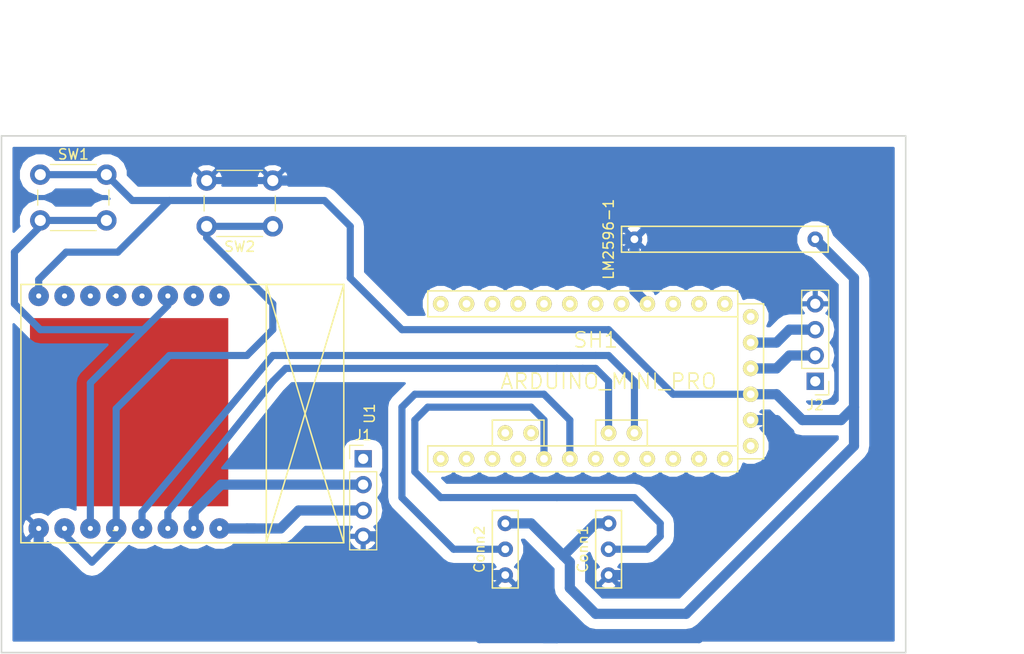
<source format=kicad_pcb>
(kicad_pcb (version 4) (host pcbnew 4.0.2+dfsg1-stable)

  (general
    (links 29)
    (no_connects 1)
    (area 100.254999 59.38 204.85 123.265001)
    (thickness 1.6)
    (drawings 6)
    (tracks 138)
    (zones 0)
    (modules 9)
    (nets 13)
  )

  (page A4)
  (layers
    (0 F.Cu signal)
    (31 B.Cu signal)
    (32 B.Adhes user)
    (33 F.Adhes user)
    (34 B.Paste user)
    (35 F.Paste user)
    (36 B.SilkS user)
    (37 F.SilkS user)
    (38 B.Mask user)
    (39 F.Mask user)
    (40 Dwgs.User user)
    (41 Cmts.User user)
    (42 Eco1.User user)
    (43 Eco2.User user)
    (44 Edge.Cuts user)
    (45 Margin user)
    (46 B.CrtYd user)
    (47 F.CrtYd user)
    (48 B.Fab user)
    (49 F.Fab user)
  )

  (setup
    (last_trace_width 0.7)
    (trace_clearance 0.2)
    (zone_clearance 1)
    (zone_45_only no)
    (trace_min 0.2)
    (segment_width 0.2)
    (edge_width 0.15)
    (via_size 2)
    (via_drill 0.4)
    (via_min_size 0.1)
    (via_min_drill 0.1)
    (uvia_size 0.3)
    (uvia_drill 0.1)
    (uvias_allowed no)
    (uvia_min_size 0.2)
    (uvia_min_drill 0.1)
    (pcb_text_width 0.3)
    (pcb_text_size 1.5 1.5)
    (mod_edge_width 0.15)
    (mod_text_size 1 1)
    (mod_text_width 0.15)
    (pad_size 1.524 1.524)
    (pad_drill 0.762)
    (pad_to_mask_clearance 0.2)
    (aux_axis_origin 0 0)
    (visible_elements FFFFFF7F)
    (pcbplotparams
      (layerselection 0x01000_80000001)
      (usegerberextensions false)
      (excludeedgelayer true)
      (linewidth 0.100000)
      (plotframeref false)
      (viasonmask false)
      (mode 1)
      (useauxorigin false)
      (hpglpennumber 1)
      (hpglpenspeed 20)
      (hpglpendiameter 15)
      (hpglpenoverlay 2)
      (psnegative false)
      (psa4output false)
      (plotreference true)
      (plotvalue true)
      (plotinvisibletext false)
      (padsonsilk true)
      (subtractmaskfromsilk false)
      (outputformat 5)
      (mirror false)
      (drillshape 1)
      (scaleselection 1)
      (outputdirectory svg/))
  )

  (net 0 "")
  (net 1 +3V3)
  (net 2 GND)
  (net 3 "Net-(J1-Pad2)")
  (net 4 "Net-(J1-Pad3)")
  (net 5 /FIRM_SW)
  (net 6 "Net-(SW2-Pad1)")
  (net 7 /IR_IN)
  (net 8 /IR_OUT)
  (net 9 "Net-(J2-Pad2)")
  (net 10 "Net-(J2-Pad3)")
  (net 11 /SDA)
  (net 12 /SCL)

  (net_class Default "This is the default net class."
    (clearance 0.2)
    (trace_width 0.7)
    (via_dia 2)
    (via_drill 0.4)
    (uvia_dia 0.3)
    (uvia_drill 0.1)
    (add_net +3V3)
    (add_net /FIRM_SW)
    (add_net /IR_IN)
    (add_net /IR_OUT)
    (add_net /SCL)
    (add_net /SDA)
    (add_net GND)
    (add_net "Net-(J1-Pad2)")
    (add_net "Net-(J1-Pad3)")
    (add_net "Net-(J2-Pad2)")
    (add_net "Net-(J2-Pad3)")
    (add_net "Net-(SW2-Pad1)")
  )

  (module myLib:myConn3x1 (layer F.Cu) (tedit 5A6268A4) (tstamp 5A628CDF)
    (at 160.02 113.03 270)
    (path /5A62744B)
    (fp_text reference Conn1 (at 0 2.54 270) (layer F.SilkS)
      (effects (font (size 1 1) (thickness 0.15)))
    )
    (fp_text value myConn3x1 (at 0 -2.54 270) (layer F.Fab)
      (effects (font (size 1 1) (thickness 0.15)))
    )
    (fp_line (start -3.81 -1.27) (end 3.81 -1.27) (layer F.SilkS) (width 0.15))
    (fp_line (start 3.81 -1.27) (end 3.81 1.27) (layer F.SilkS) (width 0.15))
    (fp_line (start 3.81 1.27) (end -3.81 1.27) (layer F.SilkS) (width 0.15))
    (fp_line (start -3.81 1.27) (end -3.81 -1.27) (layer F.SilkS) (width 0.15))
    (pad 1 thru_hole circle (at -2.54 0 270) (size 1.524 1.524) (drill 0.762) (layers *.Cu *.Mask)
      (net 1 +3V3))
    (pad 2 thru_hole circle (at 0 0 270) (size 1.524 1.524) (drill 0.762) (layers *.Cu *.Mask)
      (net 7 /IR_IN))
    (pad 3 thru_hole circle (at 2.54 0 270) (size 1.524 1.524) (drill 0.762) (layers *.Cu *.Mask)
      (net 2 GND))
  )

  (module myLib:myConn3x1 (layer F.Cu) (tedit 5A6268A4) (tstamp 5A628CEA)
    (at 149.86 113.03 270)
    (path /5A6272F6)
    (fp_text reference Conn2 (at 0 2.54 270) (layer F.SilkS)
      (effects (font (size 1 1) (thickness 0.15)))
    )
    (fp_text value myConn3x1 (at 0 -2.54 270) (layer F.Fab)
      (effects (font (size 1 1) (thickness 0.15)))
    )
    (fp_line (start -3.81 -1.27) (end 3.81 -1.27) (layer F.SilkS) (width 0.15))
    (fp_line (start 3.81 -1.27) (end 3.81 1.27) (layer F.SilkS) (width 0.15))
    (fp_line (start 3.81 1.27) (end -3.81 1.27) (layer F.SilkS) (width 0.15))
    (fp_line (start -3.81 1.27) (end -3.81 -1.27) (layer F.SilkS) (width 0.15))
    (pad 1 thru_hole circle (at -2.54 0 270) (size 1.524 1.524) (drill 0.762) (layers *.Cu *.Mask)
      (net 1 +3V3))
    (pad 2 thru_hole circle (at 0 0 270) (size 1.524 1.524) (drill 0.762) (layers *.Cu *.Mask)
      (net 8 /IR_OUT))
    (pad 3 thru_hole circle (at 2.54 0 270) (size 1.524 1.524) (drill 0.762) (layers *.Cu *.Mask)
      (net 2 GND))
  )

  (module myLib:ESP-Breakout-16PIN (layer F.Cu) (tedit 5A6286EE) (tstamp 5A628D13)
    (at 113.665 99.695 270)
    (descr "Module, ESP-8266, ESP-13-WROOM-02, 16 pad")
    (tags "Module ESP-8266 ESP8266")
    (path /5A629AEC)
    (fp_text reference U1 (at 0 -22.86 270) (layer F.SilkS)
      (effects (font (size 1 1) (thickness 0.15)))
    )
    (fp_text value ESP-Breatout-16Pin (at -0.14 -10.64 270) (layer F.Fab)
      (effects (font (size 1 1) (thickness 0.15)))
    )
    (fp_line (start -12.7 -12.7) (end -12.7 -20.32) (layer F.SilkS) (width 0.15))
    (fp_line (start -12.7 -12.7) (end 12.7 -12.7) (layer F.SilkS) (width 0.15))
    (fp_line (start 12.7 -12.7) (end 12.7 11.43) (layer F.SilkS) (width 0.15))
    (fp_line (start 12.7 11.43) (end -12.7 11.43) (layer F.SilkS) (width 0.15))
    (fp_line (start -12.7 11.43) (end -12.7 -12.7) (layer F.SilkS) (width 0.15))
    (fp_line (start -12.7 -12.7) (end 12.7 -20.32) (layer F.SilkS) (width 0.15))
    (fp_line (start 12.7 -20.32) (end -12.7 -20.32) (layer F.SilkS) (width 0.15))
    (fp_line (start -12.7 -20.32) (end 12.7 -12.7) (layer F.SilkS) (width 0.15))
    (fp_line (start 12.7 -12.7) (end 12.7 -20.32) (layer F.SilkS) (width 0.15))
    (fp_line (start 11.4932 1.96) (end 11.4932 2.3394) (layer F.SilkS) (width 0.1524))
    (fp_line (start -11.57 1.96) (end -11.57 2.3394) (layer F.SilkS) (width 0.1524))
    (fp_text user "No Copper" (at 0 -13.97 270) (layer F.CrtYd)
      (effects (font (size 1 1) (thickness 0.15)))
    )
    (pad 10 thru_hole circle (at 11.29 7.14 270) (size 2 2) (drill 0.5) (layers *.Cu *.Mask)
      (net 6 "Net-(SW2-Pad1)"))
    (pad 9 thru_hole circle (at 11.29 9.68 270) (size 2 2) (drill 0.5) (layers *.Cu *.Mask)
      (net 2 GND))
    (pad 1 thru_hole circle (at -11.57 -8.1 270) (size 2 2) (drill 0.5) (layers *.Cu *.Mask))
    (pad 2 thru_hole circle (at -11.57 -5.56 270) (size 2 2) (drill 0.5) (layers *.Cu *.Mask))
    (pad 3 thru_hole circle (at -11.57 -3.02 270) (size 2 2) (drill 0.5) (layers *.Cu *.Mask)
      (net 5 /FIRM_SW))
    (pad 4 thru_hole circle (at -11.57 -0.48 270) (size 2 2) (drill 0.5) (layers *.Cu *.Mask))
    (pad 5 thru_hole circle (at -11.57 2.06 270) (size 2 2) (drill 0.5) (layers *.Cu *.Mask))
    (pad 6 thru_hole circle (at -11.57 4.6 270) (size 2 2) (drill 0.5) (layers *.Cu *.Mask))
    (pad 7 thru_hole circle (at -11.57 7.14 270) (size 2 2) (drill 0.5) (layers *.Cu *.Mask))
    (pad 8 thru_hole circle (at -11.57 9.68 270) (size 2 2) (drill 0.5) (layers *.Cu *.Mask)
      (net 1 +3V3))
    (pad 11 thru_hole circle (at 11.29 4.6 270) (size 2 2) (drill 0.5) (layers *.Cu *.Mask)
      (net 5 /FIRM_SW))
    (pad 12 thru_hole circle (at 11.29 2.06 270) (size 2 2) (drill 0.5) (layers *.Cu *.Mask)
      (net 6 "Net-(SW2-Pad1)"))
    (pad 13 thru_hole circle (at 11.29 -0.48 270) (size 2 2) (drill 0.5) (layers *.Cu *.Mask)
      (net 11 /SDA))
    (pad 14 thru_hole circle (at 11.29 -3.02 270) (size 2 2) (drill 0.5) (layers *.Cu *.Mask)
      (net 12 /SCL))
    (pad 15 thru_hole circle (at 11.29 -5.56 270) (size 2 2) (drill 0.5) (layers *.Cu *.Mask)
      (net 3 "Net-(J1-Pad2)"))
    (pad 16 thru_hole circle (at 11.29 -8.1 270) (size 2 2) (drill 0.5) (layers *.Cu *.Mask)
      (net 4 "Net-(J1-Pad3)"))
    (pad PAD smd rect (at -0.14 0.79 270) (size 18.5 19.5) (layers F.Cu F.Paste F.Mask))
    (model ${ESPLIB}/ESP8266.3dshapes/ESP-13-wroom-02.wrl
      (at (xyz 0 0 0))
      (scale (xyz 0.3937 0.3937 0.3937))
      (rotate (xyz 0 0 0))
    )
  )

  (module Connector_PinHeader_2.54mm:PinHeader_1x04_P2.54mm_Vertical (layer F.Cu) (tedit 59FED5CC) (tstamp 5A63ECF5)
    (at 135.89 104.14)
    (descr "Through hole straight pin header, 1x04, 2.54mm pitch, single row")
    (tags "Through hole pin header THT 1x04 2.54mm single row")
    (path /5A63E347)
    (fp_text reference J1 (at 0 -2.33) (layer F.SilkS)
      (effects (font (size 1 1) (thickness 0.15)))
    )
    (fp_text value Conn_01x04_Female (at 0 9.95) (layer F.Fab)
      (effects (font (size 1 1) (thickness 0.15)))
    )
    (fp_line (start -0.635 -1.27) (end 1.27 -1.27) (layer F.Fab) (width 0.1))
    (fp_line (start 1.27 -1.27) (end 1.27 8.89) (layer F.Fab) (width 0.1))
    (fp_line (start 1.27 8.89) (end -1.27 8.89) (layer F.Fab) (width 0.1))
    (fp_line (start -1.27 8.89) (end -1.27 -0.635) (layer F.Fab) (width 0.1))
    (fp_line (start -1.27 -0.635) (end -0.635 -1.27) (layer F.Fab) (width 0.1))
    (fp_line (start -1.33 8.95) (end 1.33 8.95) (layer F.SilkS) (width 0.12))
    (fp_line (start -1.33 1.27) (end -1.33 8.95) (layer F.SilkS) (width 0.12))
    (fp_line (start 1.33 1.27) (end 1.33 8.95) (layer F.SilkS) (width 0.12))
    (fp_line (start -1.33 1.27) (end 1.33 1.27) (layer F.SilkS) (width 0.12))
    (fp_line (start -1.33 0) (end -1.33 -1.33) (layer F.SilkS) (width 0.12))
    (fp_line (start -1.33 -1.33) (end 0 -1.33) (layer F.SilkS) (width 0.12))
    (fp_line (start -1.8 -1.8) (end -1.8 9.4) (layer F.CrtYd) (width 0.05))
    (fp_line (start -1.8 9.4) (end 1.8 9.4) (layer F.CrtYd) (width 0.05))
    (fp_line (start 1.8 9.4) (end 1.8 -1.8) (layer F.CrtYd) (width 0.05))
    (fp_line (start 1.8 -1.8) (end -1.8 -1.8) (layer F.CrtYd) (width 0.05))
    (fp_text user %R (at 0 3.81 90) (layer F.Fab)
      (effects (font (size 1 1) (thickness 0.15)))
    )
    (pad 1 thru_hole rect (at 0 0) (size 1.7 1.7) (drill 1) (layers *.Cu *.Mask))
    (pad 2 thru_hole oval (at 0 2.54) (size 1.7 1.7) (drill 1) (layers *.Cu *.Mask)
      (net 3 "Net-(J1-Pad2)"))
    (pad 3 thru_hole oval (at 0 5.08) (size 1.7 1.7) (drill 1) (layers *.Cu *.Mask)
      (net 4 "Net-(J1-Pad3)"))
    (pad 4 thru_hole oval (at 0 7.62) (size 1.7 1.7) (drill 1) (layers *.Cu *.Mask)
      (net 2 GND))
    (model ${KISYS3DMOD}/Connector_PinHeader_2.54mm.3dshapes/PinHeader_1x04_P2.54mm_Vertical.wrl
      (at (xyz 0 0 0))
      (scale (xyz 1 1 1))
      (rotate (xyz 0 0 0))
    )
  )

  (module Connector_PinHeader_2.54mm:PinHeader_1x04_P2.54mm_Vertical (layer F.Cu) (tedit 59FED5CC) (tstamp 5A63ECFD)
    (at 180.34 96.52 180)
    (descr "Through hole straight pin header, 1x04, 2.54mm pitch, single row")
    (tags "Through hole pin header THT 1x04 2.54mm single row")
    (path /5A63E718)
    (fp_text reference J2 (at 0 -2.33 180) (layer F.SilkS)
      (effects (font (size 1 1) (thickness 0.15)))
    )
    (fp_text value Conn_01x04_Female (at 0 9.95 180) (layer F.Fab)
      (effects (font (size 1 1) (thickness 0.15)))
    )
    (fp_line (start -0.635 -1.27) (end 1.27 -1.27) (layer F.Fab) (width 0.1))
    (fp_line (start 1.27 -1.27) (end 1.27 8.89) (layer F.Fab) (width 0.1))
    (fp_line (start 1.27 8.89) (end -1.27 8.89) (layer F.Fab) (width 0.1))
    (fp_line (start -1.27 8.89) (end -1.27 -0.635) (layer F.Fab) (width 0.1))
    (fp_line (start -1.27 -0.635) (end -0.635 -1.27) (layer F.Fab) (width 0.1))
    (fp_line (start -1.33 8.95) (end 1.33 8.95) (layer F.SilkS) (width 0.12))
    (fp_line (start -1.33 1.27) (end -1.33 8.95) (layer F.SilkS) (width 0.12))
    (fp_line (start 1.33 1.27) (end 1.33 8.95) (layer F.SilkS) (width 0.12))
    (fp_line (start -1.33 1.27) (end 1.33 1.27) (layer F.SilkS) (width 0.12))
    (fp_line (start -1.33 0) (end -1.33 -1.33) (layer F.SilkS) (width 0.12))
    (fp_line (start -1.33 -1.33) (end 0 -1.33) (layer F.SilkS) (width 0.12))
    (fp_line (start -1.8 -1.8) (end -1.8 9.4) (layer F.CrtYd) (width 0.05))
    (fp_line (start -1.8 9.4) (end 1.8 9.4) (layer F.CrtYd) (width 0.05))
    (fp_line (start 1.8 9.4) (end 1.8 -1.8) (layer F.CrtYd) (width 0.05))
    (fp_line (start 1.8 -1.8) (end -1.8 -1.8) (layer F.CrtYd) (width 0.05))
    (fp_text user %R (at 0 3.81 270) (layer F.Fab)
      (effects (font (size 1 1) (thickness 0.15)))
    )
    (pad 1 thru_hole rect (at 0 0 180) (size 1.7 1.7) (drill 1) (layers *.Cu *.Mask))
    (pad 2 thru_hole oval (at 0 2.54 180) (size 1.7 1.7) (drill 1) (layers *.Cu *.Mask)
      (net 9 "Net-(J2-Pad2)"))
    (pad 3 thru_hole oval (at 0 5.08 180) (size 1.7 1.7) (drill 1) (layers *.Cu *.Mask)
      (net 10 "Net-(J2-Pad3)"))
    (pad 4 thru_hole oval (at 0 7.62 180) (size 1.7 1.7) (drill 1) (layers *.Cu *.Mask)
      (net 2 GND))
    (model ${KISYS3DMOD}/Connector_PinHeader_2.54mm.3dshapes/PinHeader_1x04_P2.54mm_Vertical.wrl
      (at (xyz 0 0 0))
      (scale (xyz 1 1 1))
      (rotate (xyz 0 0 0))
    )
  )

  (module SHIELD_ARDUINO:ARDUINO_MINI_PRO_V10 (layer F.Cu) (tedit 547AEBB5) (tstamp 5A63F71E)
    (at 158.75 96.52 270)
    (path /5A63F347)
    (fp_text reference SH1 (at -4.064 0 360) (layer F.SilkS)
      (effects (font (size 1.5 1.5) (thickness 0.15)))
    )
    (fp_text value ARDUINO_MINI_PRO (at 0 -1.27 360) (layer F.SilkS)
      (effects (font (size 1.5 1.5) (thickness 0.15)))
    )
    (fp_line (start 6.35 5.08) (end 3.81 5.08) (layer F.SilkS) (width 0.15))
    (fp_line (start 3.81 5.08) (end 3.81 10.16) (layer F.SilkS) (width 0.15))
    (fp_line (start 3.81 10.16) (end 6.35 10.16) (layer F.SilkS) (width 0.15))
    (fp_line (start 6.35 -5.08) (end 3.81 -5.08) (layer F.SilkS) (width 0.15))
    (fp_line (start 3.81 -5.08) (end 3.81 0) (layer F.SilkS) (width 0.15))
    (fp_line (start 3.81 0) (end 6.35 0) (layer F.SilkS) (width 0.15))
    (fp_line (start 8.89 -13.97) (end 6.35 -13.97) (layer F.SilkS) (width 0.15))
    (fp_line (start -6.35 -13.97) (end -6.35 16.51) (layer F.SilkS) (width 0.15))
    (fp_line (start -6.35 16.51) (end -8.89 16.51) (layer F.SilkS) (width 0.15))
    (fp_line (start -8.89 16.51) (end -8.89 -13.97) (layer F.SilkS) (width 0.15))
    (fp_line (start -8.89 -13.97) (end -6.35 -13.97) (layer F.SilkS) (width 0.15))
    (fp_line (start 6.35 -13.97) (end 6.35 16.51) (layer F.SilkS) (width 0.15))
    (fp_line (start 6.35 16.51) (end 8.89 16.51) (layer F.SilkS) (width 0.15))
    (fp_line (start 8.89 16.51) (end 8.89 -13.97) (layer F.SilkS) (width 0.15))
    (fp_line (start -7.62 -16.51) (end 7.62 -16.51) (layer F.SilkS) (width 0.15))
    (fp_line (start 7.62 -16.51) (end 7.62 -13.97) (layer F.SilkS) (width 0.15))
    (fp_line (start 7.62 -13.97) (end -7.62 -13.97) (layer F.SilkS) (width 0.15))
    (fp_line (start -7.62 -13.97) (end -7.62 -16.51) (layer F.SilkS) (width 0.15))
    (pad GRN thru_hole circle (at -6.35 -15.24 270) (size 1.524 1.524) (drill 0.762) (layers *.Cu *.Mask F.SilkS))
    (pad TX/1 thru_hole circle (at -3.81 -15.24 270) (size 1.524 1.524) (drill 0.762) (layers *.Cu *.Mask F.SilkS)
      (net 10 "Net-(J2-Pad3)"))
    (pad RX/1 thru_hole circle (at -1.27 -15.24 270) (size 1.524 1.524) (drill 0.762) (layers *.Cu *.Mask F.SilkS)
      (net 9 "Net-(J2-Pad2)"))
    (pad VCC1 thru_hole circle (at 1.27 -15.24 270) (size 1.524 1.524) (drill 0.762) (layers *.Cu *.Mask F.SilkS)
      (net 1 +3V3))
    (pad GND1 thru_hole circle (at 3.81 -15.24 270) (size 1.524 1.524) (drill 0.762) (layers *.Cu *.Mask F.SilkS)
      (net 2 GND))
    (pad BLK thru_hole circle (at 6.35 -15.24 270) (size 1.524 1.524) (drill 0.762) (layers *.Cu *.Mask F.SilkS))
    (pad TX/2 thru_hole circle (at -7.62 -12.7 270) (size 1.524 1.524) (drill 0.762) (layers *.Cu *.Mask F.SilkS))
    (pad RX/2 thru_hole circle (at -7.62 -10.16 270) (size 1.524 1.524) (drill 0.762) (layers *.Cu *.Mask F.SilkS))
    (pad RST1 thru_hole circle (at -7.62 -7.62 270) (size 1.524 1.524) (drill 0.762) (layers *.Cu *.Mask F.SilkS))
    (pad GND2 thru_hole circle (at -7.62 -5.08 270) (size 1.524 1.524) (drill 0.762) (layers *.Cu *.Mask F.SilkS)
      (net 2 GND))
    (pad 2 thru_hole circle (at -7.62 -2.54 270) (size 1.524 1.524) (drill 0.762) (layers *.Cu *.Mask F.SilkS))
    (pad 3 thru_hole circle (at -7.62 0 270) (size 1.524 1.524) (drill 0.762) (layers *.Cu *.Mask F.SilkS))
    (pad 4 thru_hole circle (at -7.62 2.54 270) (size 1.524 1.524) (drill 0.762) (layers *.Cu *.Mask F.SilkS))
    (pad 5 thru_hole circle (at -7.62 5.08 270) (size 1.524 1.524) (drill 0.762) (layers *.Cu *.Mask F.SilkS))
    (pad 6 thru_hole circle (at -7.62 7.62 270) (size 1.524 1.524) (drill 0.762) (layers *.Cu *.Mask F.SilkS))
    (pad 7 thru_hole circle (at -7.62 10.16 270) (size 1.524 1.524) (drill 0.762) (layers *.Cu *.Mask F.SilkS))
    (pad 8 thru_hole circle (at -7.62 12.7 270) (size 1.524 1.524) (drill 0.762) (layers *.Cu *.Mask F.SilkS))
    (pad 9 thru_hole circle (at -7.62 15.24 270) (size 1.524 1.524) (drill 0.762) (layers *.Cu *.Mask F.SilkS))
    (pad RAW thru_hole circle (at 7.62 -12.7 270) (size 1.524 1.524) (drill 0.762) (layers *.Cu *.Mask F.SilkS))
    (pad GND3 thru_hole circle (at 7.62 -10.16 270) (size 1.524 1.524) (drill 0.762) (layers *.Cu *.Mask F.SilkS))
    (pad RST2 thru_hole circle (at 7.62 -7.62 270) (size 1.524 1.524) (drill 0.762) (layers *.Cu *.Mask F.SilkS))
    (pad VCC2 thru_hole circle (at 7.62 -5.08 270) (size 1.524 1.524) (drill 0.762) (layers *.Cu *.Mask F.SilkS))
    (pad A0 thru_hole circle (at 7.62 5.08 270) (size 1.524 1.524) (drill 0.762) (layers *.Cu *.Mask F.SilkS)
      (net 7 /IR_IN))
    (pad A1 thru_hole circle (at 7.62 2.54 270) (size 1.524 1.524) (drill 0.762) (layers *.Cu *.Mask F.SilkS)
      (net 8 /IR_OUT))
    (pad A2 thru_hole circle (at 7.62 0 270) (size 1.524 1.524) (drill 0.762) (layers *.Cu *.Mask F.SilkS))
    (pad A3 thru_hole circle (at 7.62 -2.54 270) (size 1.524 1.524) (drill 0.762) (layers *.Cu *.Mask F.SilkS))
    (pad 10 thru_hole circle (at 7.62 15.24 270) (size 1.524 1.524) (drill 0.762) (layers *.Cu *.Mask F.SilkS))
    (pad 11 thru_hole circle (at 7.62 12.7 270) (size 1.524 1.524) (drill 0.762) (layers *.Cu *.Mask F.SilkS))
    (pad 12 thru_hole circle (at 7.62 10.16 270) (size 1.524 1.524) (drill 0.762) (layers *.Cu *.Mask F.SilkS))
    (pad 13 thru_hole circle (at 7.62 7.62 270) (size 1.524 1.524) (drill 0.762) (layers *.Cu *.Mask F.SilkS))
    (pad A5 thru_hole circle (at 5.08 -3.81 270) (size 1.524 1.524) (drill 0.762) (layers *.Cu *.Mask F.SilkS)
      (net 11 /SDA))
    (pad A4 thru_hole circle (at 5.08 -1.27 270) (size 1.524 1.524) (drill 0.762) (layers *.Cu *.Mask F.SilkS)
      (net 12 /SCL))
    (pad A7 thru_hole circle (at 5.08 6.35 270) (size 1.524 1.524) (drill 0.762) (layers *.Cu *.Mask F.SilkS))
    (pad A6 thru_hole circle (at 5.08 8.89 270) (size 1.524 1.524) (drill 0.762) (layers *.Cu *.Mask F.SilkS))
  )

  (module Buttons_Switches_THT:SW_PUSH_6mm (layer F.Cu) (tedit 5923F252) (tstamp 5A651A5B)
    (at 104.14 76.2)
    (descr https://www.omron.com/ecb/products/pdf/en-b3f.pdf)
    (tags "tact sw push 6mm")
    (path /5A627D48)
    (fp_text reference SW1 (at 3.25 -2) (layer F.SilkS)
      (effects (font (size 1 1) (thickness 0.15)))
    )
    (fp_text value SW_Push (at 3.75 6.7) (layer F.Fab)
      (effects (font (size 1 1) (thickness 0.15)))
    )
    (fp_text user %R (at 3.25 2.25) (layer F.Fab)
      (effects (font (size 1 1) (thickness 0.15)))
    )
    (fp_line (start 3.25 -0.75) (end 6.25 -0.75) (layer F.Fab) (width 0.1))
    (fp_line (start 6.25 -0.75) (end 6.25 5.25) (layer F.Fab) (width 0.1))
    (fp_line (start 6.25 5.25) (end 0.25 5.25) (layer F.Fab) (width 0.1))
    (fp_line (start 0.25 5.25) (end 0.25 -0.75) (layer F.Fab) (width 0.1))
    (fp_line (start 0.25 -0.75) (end 3.25 -0.75) (layer F.Fab) (width 0.1))
    (fp_line (start 7.75 6) (end 8 6) (layer F.CrtYd) (width 0.05))
    (fp_line (start 8 6) (end 8 5.75) (layer F.CrtYd) (width 0.05))
    (fp_line (start 7.75 -1.5) (end 8 -1.5) (layer F.CrtYd) (width 0.05))
    (fp_line (start 8 -1.5) (end 8 -1.25) (layer F.CrtYd) (width 0.05))
    (fp_line (start -1.5 -1.25) (end -1.5 -1.5) (layer F.CrtYd) (width 0.05))
    (fp_line (start -1.5 -1.5) (end -1.25 -1.5) (layer F.CrtYd) (width 0.05))
    (fp_line (start -1.5 5.75) (end -1.5 6) (layer F.CrtYd) (width 0.05))
    (fp_line (start -1.5 6) (end -1.25 6) (layer F.CrtYd) (width 0.05))
    (fp_line (start -1.25 -1.5) (end 7.75 -1.5) (layer F.CrtYd) (width 0.05))
    (fp_line (start -1.5 5.75) (end -1.5 -1.25) (layer F.CrtYd) (width 0.05))
    (fp_line (start 7.75 6) (end -1.25 6) (layer F.CrtYd) (width 0.05))
    (fp_line (start 8 -1.25) (end 8 5.75) (layer F.CrtYd) (width 0.05))
    (fp_line (start 1 5.5) (end 5.5 5.5) (layer F.SilkS) (width 0.12))
    (fp_line (start -0.25 1.5) (end -0.25 3) (layer F.SilkS) (width 0.12))
    (fp_line (start 5.5 -1) (end 1 -1) (layer F.SilkS) (width 0.12))
    (fp_line (start 6.75 3) (end 6.75 1.5) (layer F.SilkS) (width 0.12))
    (fp_circle (center 3.25 2.25) (end 1.25 2.5) (layer F.Fab) (width 0.1))
    (pad 2 thru_hole circle (at 0 4.5 90) (size 2 2) (drill 1.1) (layers *.Cu *.Mask)
      (net 5 /FIRM_SW))
    (pad 1 thru_hole circle (at 0 0 90) (size 2 2) (drill 1.1) (layers *.Cu *.Mask)
      (net 1 +3V3))
    (pad 2 thru_hole circle (at 6.5 4.5 90) (size 2 2) (drill 1.1) (layers *.Cu *.Mask)
      (net 5 /FIRM_SW))
    (pad 1 thru_hole circle (at 6.5 0 90) (size 2 2) (drill 1.1) (layers *.Cu *.Mask)
      (net 1 +3V3))
    (model ${KISYS3DMOD}/Buttons_Switches_THT.3dshapes/SW_PUSH_6mm.wrl
      (at (xyz 0.005 0 0))
      (scale (xyz 0.3937 0.3937 0.3937))
      (rotate (xyz 0 0 0))
    )
  )

  (module Buttons_Switches_THT:SW_PUSH_6mm (layer F.Cu) (tedit 5923F252) (tstamp 5A651A62)
    (at 127 81.28 180)
    (descr https://www.omron.com/ecb/products/pdf/en-b3f.pdf)
    (tags "tact sw push 6mm")
    (path /5A628F1B)
    (fp_text reference SW2 (at 3.25 -2 180) (layer F.SilkS)
      (effects (font (size 1 1) (thickness 0.15)))
    )
    (fp_text value SW_Push (at 3.75 6.7 180) (layer F.Fab)
      (effects (font (size 1 1) (thickness 0.15)))
    )
    (fp_text user %R (at 3.25 2.25 180) (layer F.Fab)
      (effects (font (size 1 1) (thickness 0.15)))
    )
    (fp_line (start 3.25 -0.75) (end 6.25 -0.75) (layer F.Fab) (width 0.1))
    (fp_line (start 6.25 -0.75) (end 6.25 5.25) (layer F.Fab) (width 0.1))
    (fp_line (start 6.25 5.25) (end 0.25 5.25) (layer F.Fab) (width 0.1))
    (fp_line (start 0.25 5.25) (end 0.25 -0.75) (layer F.Fab) (width 0.1))
    (fp_line (start 0.25 -0.75) (end 3.25 -0.75) (layer F.Fab) (width 0.1))
    (fp_line (start 7.75 6) (end 8 6) (layer F.CrtYd) (width 0.05))
    (fp_line (start 8 6) (end 8 5.75) (layer F.CrtYd) (width 0.05))
    (fp_line (start 7.75 -1.5) (end 8 -1.5) (layer F.CrtYd) (width 0.05))
    (fp_line (start 8 -1.5) (end 8 -1.25) (layer F.CrtYd) (width 0.05))
    (fp_line (start -1.5 -1.25) (end -1.5 -1.5) (layer F.CrtYd) (width 0.05))
    (fp_line (start -1.5 -1.5) (end -1.25 -1.5) (layer F.CrtYd) (width 0.05))
    (fp_line (start -1.5 5.75) (end -1.5 6) (layer F.CrtYd) (width 0.05))
    (fp_line (start -1.5 6) (end -1.25 6) (layer F.CrtYd) (width 0.05))
    (fp_line (start -1.25 -1.5) (end 7.75 -1.5) (layer F.CrtYd) (width 0.05))
    (fp_line (start -1.5 5.75) (end -1.5 -1.25) (layer F.CrtYd) (width 0.05))
    (fp_line (start 7.75 6) (end -1.25 6) (layer F.CrtYd) (width 0.05))
    (fp_line (start 8 -1.25) (end 8 5.75) (layer F.CrtYd) (width 0.05))
    (fp_line (start 1 5.5) (end 5.5 5.5) (layer F.SilkS) (width 0.12))
    (fp_line (start -0.25 1.5) (end -0.25 3) (layer F.SilkS) (width 0.12))
    (fp_line (start 5.5 -1) (end 1 -1) (layer F.SilkS) (width 0.12))
    (fp_line (start 6.75 3) (end 6.75 1.5) (layer F.SilkS) (width 0.12))
    (fp_circle (center 3.25 2.25) (end 1.25 2.5) (layer F.Fab) (width 0.1))
    (pad 2 thru_hole circle (at 0 4.5 270) (size 2 2) (drill 1.1) (layers *.Cu *.Mask)
      (net 2 GND))
    (pad 1 thru_hole circle (at 0 0 270) (size 2 2) (drill 1.1) (layers *.Cu *.Mask)
      (net 6 "Net-(SW2-Pad1)"))
    (pad 2 thru_hole circle (at 6.5 4.5 270) (size 2 2) (drill 1.1) (layers *.Cu *.Mask)
      (net 2 GND))
    (pad 1 thru_hole circle (at 6.5 0 270) (size 2 2) (drill 1.1) (layers *.Cu *.Mask)
      (net 6 "Net-(SW2-Pad1)"))
    (model ${KISYS3DMOD}/Buttons_Switches_THT.3dshapes/SW_PUSH_6mm.wrl
      (at (xyz 0.005 0 0))
      (scale (xyz 0.3937 0.3937 0.3937))
      (rotate (xyz 0 0 0))
    )
  )

  (module myLib:myConn_LM2596_Male (layer F.Cu) (tedit 5A6530BB) (tstamp 5A6531B2)
    (at 170.18 82.55 270)
    (path /5A653E1E)
    (fp_text reference LM2596-1 (at 0 10.16 270) (layer F.SilkS)
      (effects (font (size 1 1) (thickness 0.15)))
    )
    (fp_text value myConn_LM2596_Male (at 0 -12.7 270) (layer F.Fab)
      (effects (font (size 1 1) (thickness 0.15)))
    )
    (fp_line (start -1.27 -11.43) (end -1.27 8.89) (layer F.SilkS) (width 0.15))
    (fp_line (start -1.27 8.89) (end 1.27 8.89) (layer F.SilkS) (width 0.15))
    (fp_line (start 1.27 8.89) (end 1.27 -11.43) (layer F.SilkS) (width 0.15))
    (fp_line (start 1.27 -11.43) (end -1.27 -11.43) (layer F.SilkS) (width 0.15))
    (pad 1 thru_hole circle (at 0 -10.16 270) (size 1.524 1.524) (drill 0.762) (layers *.Cu *.Mask)
      (net 1 +3V3))
    (pad 2 thru_hole circle (at 0 7.62 270) (size 1.524 1.524) (drill 0.762) (layers *.Cu *.Mask)
      (net 2 GND))
  )

  (dimension 50.8 (width 0.3) (layer Eco2.User)
    (gr_text "50.800 mm" (at 198.2 97.79 270) (layer Eco2.User)
      (effects (font (size 1.5 1.5) (thickness 0.3)))
    )
    (feature1 (pts (xy 189.23 123.19) (xy 199.55 123.19)))
    (feature2 (pts (xy 189.23 72.39) (xy 199.55 72.39)))
    (crossbar (pts (xy 196.85 72.39) (xy 196.85 123.19)))
    (arrow1a (pts (xy 196.85 123.19) (xy 196.263579 122.063496)))
    (arrow1b (pts (xy 196.85 123.19) (xy 197.436421 122.063496)))
    (arrow2a (pts (xy 196.85 72.39) (xy 196.263579 73.516504)))
    (arrow2b (pts (xy 196.85 72.39) (xy 197.436421 73.516504)))
  )
  (dimension 88.9 (width 0.3) (layer Eco2.User)
    (gr_text "88.900 mm" (at 144.78 60.88) (layer Eco2.User)
      (effects (font (size 1.5 1.5) (thickness 0.3)))
    )
    (feature1 (pts (xy 189.23 72.39) (xy 189.23 59.53)))
    (feature2 (pts (xy 100.33 72.39) (xy 100.33 59.53)))
    (crossbar (pts (xy 100.33 62.23) (xy 189.23 62.23)))
    (arrow1a (pts (xy 189.23 62.23) (xy 188.103496 62.816421)))
    (arrow1b (pts (xy 189.23 62.23) (xy 188.103496 61.643579)))
    (arrow2a (pts (xy 100.33 62.23) (xy 101.456504 62.816421)))
    (arrow2b (pts (xy 100.33 62.23) (xy 101.456504 61.643579)))
  )
  (gr_line (start 100.33 123.19) (end 189.23 123.19) (angle 90) (layer Edge.Cuts) (width 0.15))
  (gr_line (start 100.33 72.39) (end 189.23 72.39) (angle 90) (layer Edge.Cuts) (width 0.15))
  (gr_line (start 100.33 123.19) (end 100.33 72.39) (angle 90) (layer Edge.Cuts) (width 0.15))
  (gr_line (start 189.23 72.39) (end 189.23 123.19) (angle 90) (layer Edge.Cuts) (width 0.15))

  (segment (start 179.07 107.95) (end 184.15 102.87) (width 1) (layer B.Cu) (net 1))
  (segment (start 155.575 113.665) (end 156.21 114.3) (width 1) (layer B.Cu) (net 1) (tstamp 5A653FD4))
  (segment (start 156.21 114.3) (end 156.21 116.84) (width 1) (layer B.Cu) (net 1) (tstamp 5A653F12))
  (segment (start 156.21 116.84) (end 158.75 119.38) (width 1) (layer B.Cu) (net 1) (tstamp 5A653F13))
  (segment (start 158.75 119.38) (end 167.64 119.38) (width 1) (layer B.Cu) (net 1) (tstamp 5A653F14))
  (segment (start 167.64 119.38) (end 177.8 109.22) (width 1) (layer B.Cu) (net 1) (tstamp 5A653F15))
  (segment (start 177.8 109.22) (end 179.07 107.95) (width 1) (layer B.Cu) (net 1) (tstamp 5A653ABE))
  (segment (start 184.15 102.87) (end 184.15 99.06) (width 1) (layer B.Cu) (net 1) (tstamp 5A666FDB))
  (segment (start 179.07 100.33) (end 182.88 100.33) (width 1) (layer B.Cu) (net 1))
  (segment (start 182.88 100.33) (end 184.15 99.06) (width 1) (layer B.Cu) (net 1) (tstamp 5A666FC4))
  (segment (start 179.07 100.33) (end 176.53 97.79) (width 1) (layer B.Cu) (net 1) (tstamp 5A666FC2))
  (segment (start 176.53 97.79) (end 173.99 97.79) (width 1) (layer B.Cu) (net 1) (tstamp 5A65411A))
  (segment (start 184.15 99.06) (end 184.15 86.36) (width 1) (layer B.Cu) (net 1) (tstamp 5A666FC5))
  (segment (start 184.15 86.36) (end 180.34 82.55) (width 1) (layer B.Cu) (net 1) (tstamp 5A666FC6))
  (segment (start 165.1 96.52) (end 166.37 97.79) (width 0.7) (layer B.Cu) (net 1))
  (segment (start 134.62 86.36) (end 134.62 81.28) (width 0.7) (layer B.Cu) (net 1) (tstamp 5A653CB5))
  (segment (start 160.02 91.44) (end 165.1 96.52) (width 0.7) (layer B.Cu) (net 1) (tstamp 5A6539FA))
  (segment (start 139.7 91.44) (end 160.02 91.44) (width 0.7) (layer B.Cu) (net 1) (tstamp 5A653CB3))
  (segment (start 132.08 78.74) (end 134.62 81.28) (width 0.7) (layer B.Cu) (net 1) (tstamp 5A6539F5))
  (segment (start 116.84 78.74) (end 132.08 78.74) (width 0.7) (layer B.Cu) (net 1) (tstamp 5A6539F3))
  (segment (start 139.7 91.44) (end 134.62 86.36) (width 0.7) (layer B.Cu) (net 1))
  (segment (start 166.37 97.79) (end 173.99 97.79) (width 0.7) (layer B.Cu) (net 1) (tstamp 5A66660B))
  (segment (start 160.02 110.49) (end 158.75 110.49) (width 1) (layer B.Cu) (net 1))
  (segment (start 158.75 110.49) (end 155.575 113.665) (width 1) (layer B.Cu) (net 1) (tstamp 5A653FCE))
  (segment (start 149.86 110.49) (end 152.4 110.49) (width 1) (layer B.Cu) (net 1))
  (segment (start 152.4 110.49) (end 155.575 113.665) (width 1) (layer B.Cu) (net 1) (tstamp 5A653F11))
  (segment (start 104.14 76.2) (end 110.64 76.2) (width 0.7) (layer B.Cu) (net 1))
  (segment (start 110.64 76.2) (end 113.18 78.74) (width 0.7) (layer B.Cu) (net 1) (tstamp 5A6539FF))
  (segment (start 113.18 78.74) (end 116.84 78.74) (width 0.7) (layer B.Cu) (net 1) (tstamp 5A653A00))
  (segment (start 103.985 88.125) (end 103.985 86.515) (width 0.7) (layer B.Cu) (net 1))
  (segment (start 111.76 83.82) (end 116.84 78.74) (width 0.7) (layer B.Cu) (net 1) (tstamp 5A6539F1))
  (segment (start 106.68 83.82) (end 111.76 83.82) (width 0.7) (layer B.Cu) (net 1) (tstamp 5A6539F0))
  (segment (start 103.985 86.515) (end 106.68 83.82) (width 0.7) (layer B.Cu) (net 1) (tstamp 5A6539EF))
  (segment (start 127 76.78) (end 133.93 76.78) (width 1) (layer B.Cu) (net 2))
  (segment (start 139.7 82.55) (end 162.56 82.55) (width 1) (layer B.Cu) (net 2) (tstamp 5A6671F4))
  (segment (start 133.93 76.78) (end 139.7 82.55) (width 1) (layer B.Cu) (net 2) (tstamp 5A6671E2))
  (segment (start 168.91 121.92) (end 186.69 104.14) (width 0.7) (layer B.Cu) (net 2))
  (segment (start 154.94 121.92) (end 168.91 121.92) (width 0.7) (layer B.Cu) (net 2) (tstamp 5A666725))
  (segment (start 186.69 104.14) (end 186.69 85.09) (width 0.7) (layer B.Cu) (net 2) (tstamp 5A666FE6))
  (segment (start 186.69 85.09) (end 181.61 80.01) (width 0.7) (layer B.Cu) (net 2) (tstamp 5A666FEA))
  (segment (start 181.61 80.01) (end 165.1 80.01) (width 0.7) (layer B.Cu) (net 2) (tstamp 5A666FF1))
  (segment (start 165.1 80.01) (end 162.56 82.55) (width 0.7) (layer B.Cu) (net 2) (tstamp 5A666FF5))
  (segment (start 162.56 82.55) (end 162.56 87.63) (width 1) (layer B.Cu) (net 2) (tstamp 5A666FF6))
  (segment (start 162.56 87.63) (end 163.83 88.9) (width 1) (layer B.Cu) (net 2) (tstamp 5A666FF7))
  (segment (start 149.86 115.57) (end 143.51 115.57) (width 1) (layer B.Cu) (net 2))
  (segment (start 143.51 115.57) (end 142.24 116.84) (width 1) (layer B.Cu) (net 2) (tstamp 5A666728))
  (segment (start 142.24 116.84) (end 147.32 121.92) (width 0.7) (layer B.Cu) (net 2))
  (segment (start 147.32 121.92) (end 154.94 121.92) (width 0.7) (layer B.Cu) (net 2) (tstamp 5A66671D))
  (segment (start 135.89 111.76) (end 137.16 111.76) (width 1) (layer B.Cu) (net 2))
  (segment (start 137.16 111.76) (end 142.24 116.84) (width 1) (layer B.Cu) (net 2) (tstamp 5A6541F3))
  (segment (start 176.53 100.33) (end 173.99 100.33) (width 1) (layer B.Cu) (net 2) (tstamp 5A654125))
  (segment (start 160.02 115.57) (end 166.37 115.57) (width 1) (layer B.Cu) (net 2))
  (segment (start 166.37 115.57) (end 177.8 104.14) (width 1) (layer B.Cu) (net 2) (tstamp 5A65411F))
  (segment (start 177.8 104.14) (end 177.8 101.6) (width 1) (layer B.Cu) (net 2) (tstamp 5A654120))
  (segment (start 177.8 101.6) (end 176.53 100.33) (width 1) (layer B.Cu) (net 2) (tstamp 5A654122))
  (segment (start 153.67 121.92) (end 154.94 121.92) (width 0.7) (layer B.Cu) (net 2) (tstamp 5A654000))
  (segment (start 106.68 116.84) (end 142.24 116.84) (width 1) (layer B.Cu) (net 2) (tstamp 5A653B4F))
  (segment (start 103.985 114.145) (end 106.68 116.84) (width 1) (layer B.Cu) (net 2) (tstamp 5A653B4D))
  (segment (start 103.985 110.985) (end 103.985 114.145) (width 1) (layer B.Cu) (net 2))
  (segment (start 120.5 76.78) (end 127 76.78) (width 0.7) (layer B.Cu) (net 2))
  (segment (start 127 76.78) (end 127.58 76.2) (width 0.7) (layer B.Cu) (net 2) (tstamp 5A653A04))
  (segment (start 103.985 110.985) (end 103.985 111.605) (width 1) (layer B.Cu) (net 2))
  (segment (start 135.89 106.68) (end 121.92 106.68) (width 1) (layer B.Cu) (net 3))
  (segment (start 119.225 109.375) (end 121.92 106.68) (width 1) (layer B.Cu) (net 3) (tstamp 5A65243D))
  (segment (start 119.225 109.375) (end 119.225 110.985) (width 1) (layer B.Cu) (net 3))
  (segment (start 119.225 110.985) (end 119.225 110.645) (width 0.7) (layer B.Cu) (net 3) (status 30))
  (segment (start 124.46 110.985) (end 127.775 110.985) (width 1) (layer B.Cu) (net 4))
  (segment (start 129.54 109.22) (end 135.89 109.22) (width 1) (layer B.Cu) (net 4) (tstamp 5A6541F0))
  (segment (start 127.775 110.985) (end 129.54 109.22) (width 1) (layer B.Cu) (net 4) (tstamp 5A6541EF))
  (segment (start 121.765 110.985) (end 124.46 110.985) (width 1) (layer B.Cu) (net 4))
  (segment (start 124.46 110.985) (end 125.235 110.985) (width 1) (layer B.Cu) (net 4) (tstamp 5A6541ED))
  (segment (start 121.765 110.985) (end 122.415 110.985) (width 0.7) (layer B.Cu) (net 4) (status 30))
  (segment (start 104.14 80.7) (end 110.64 80.7) (width 0.7) (layer B.Cu) (net 5))
  (segment (start 114.3 91.44) (end 104.14 91.44) (width 0.7) (layer B.Cu) (net 5))
  (segment (start 101.6 83.82) (end 104.14 81.28) (width 0.7) (layer B.Cu) (net 5) (tstamp 5A667154))
  (segment (start 101.6 88.9) (end 101.6 83.82) (width 0.7) (layer B.Cu) (net 5) (tstamp 5A667152))
  (segment (start 104.14 91.44) (end 101.6 88.9) (width 0.7) (layer B.Cu) (net 5) (tstamp 5A667150))
  (segment (start 104.14 81.28) (end 104.14 80.7) (width 0.7) (layer B.Cu) (net 5) (tstamp 5A667158))
  (segment (start 109.065 110.985) (end 109.065 96.675) (width 0.7) (layer B.Cu) (net 5))
  (segment (start 109.065 96.675) (end 114.3 91.44) (width 0.7) (layer B.Cu) (net 5) (tstamp 5A653A2C))
  (segment (start 116.685 88.125) (end 116.685 89.055) (width 0.7) (layer B.Cu) (net 5))
  (segment (start 116.685 89.055) (end 114.3 91.44) (width 0.7) (layer B.Cu) (net 5) (tstamp 5A653A1E))
  (segment (start 120.5 81.28) (end 127 81.28) (width 0.7) (layer B.Cu) (net 6))
  (segment (start 106.525 110.985) (end 106.525 111.605) (width 0.7) (layer B.Cu) (net 6))
  (segment (start 106.525 111.605) (end 109.22 114.3) (width 0.7) (layer B.Cu) (net 6) (tstamp 5A653A94))
  (segment (start 109.22 114.3) (end 111.76 111.76) (width 0.7) (layer B.Cu) (net 6) (tstamp 5A653A95))
  (segment (start 111.76 111.76) (end 111.76 111.14) (width 0.7) (layer B.Cu) (net 6) (tstamp 5A653A98))
  (segment (start 111.76 111.14) (end 111.605 110.985) (width 0.7) (layer B.Cu) (net 6) (tstamp 5A653A9A))
  (segment (start 120.5 81.28) (end 120.5 82.4) (width 0.7) (layer B.Cu) (net 6))
  (segment (start 111.605 99.215) (end 111.605 110.985) (width 0.7) (layer B.Cu) (net 6) (tstamp 5A653A65))
  (segment (start 116.84 93.98) (end 111.605 99.215) (width 0.7) (layer B.Cu) (net 6) (tstamp 5A653A63))
  (segment (start 124.46 93.98) (end 116.84 93.98) (width 0.7) (layer B.Cu) (net 6) (tstamp 5A653A60))
  (segment (start 127 91.44) (end 124.46 93.98) (width 0.7) (layer B.Cu) (net 6) (tstamp 5A653A59))
  (segment (start 127 88.9) (end 127 91.44) (width 0.7) (layer B.Cu) (net 6) (tstamp 5A653A57))
  (segment (start 120.5 82.4) (end 127 88.9) (width 0.7) (layer B.Cu) (net 6) (tstamp 5A653A54))
  (segment (start 111.605 110.985) (end 111.605 110.335) (width 0.7) (layer B.Cu) (net 6) (status 30))
  (segment (start 154.94 107.95) (end 162.56 107.95) (width 0.7) (layer B.Cu) (net 7))
  (segment (start 142.24 99.06) (end 140.97 100.33) (width 0.7) (layer B.Cu) (net 7) (tstamp 5A653F00))
  (segment (start 140.97 100.33) (end 140.97 105.41) (width 0.7) (layer B.Cu) (net 7) (tstamp 5A653F01))
  (segment (start 140.97 105.41) (end 143.51 107.95) (width 0.7) (layer B.Cu) (net 7) (tstamp 5A653F02))
  (segment (start 143.51 107.95) (end 154.94 107.95) (width 0.7) (layer B.Cu) (net 7) (tstamp 5A653F03))
  (segment (start 153.67 104.14) (end 153.67 102.87) (width 0.7) (layer B.Cu) (net 7) (status 10))
  (segment (start 153.67 100.33) (end 152.4 99.06) (width 0.7) (layer B.Cu) (net 7) (tstamp 5A653DDF))
  (segment (start 153.67 102.87) (end 153.67 100.33) (width 0.7) (layer B.Cu) (net 7) (tstamp 5A653DDE))
  (segment (start 152.4 99.06) (end 142.24 99.06) (width 0.7) (layer B.Cu) (net 7))
  (segment (start 163.83 113.03) (end 160.02 113.03) (width 0.7) (layer B.Cu) (net 7) (tstamp 5A653FC8))
  (segment (start 165.1 111.76) (end 163.83 113.03) (width 0.7) (layer B.Cu) (net 7) (tstamp 5A653FC7))
  (segment (start 165.1 110.49) (end 165.1 111.76) (width 0.7) (layer B.Cu) (net 7) (tstamp 5A653FC6))
  (segment (start 162.56 107.95) (end 165.1 110.49) (width 0.7) (layer B.Cu) (net 7) (tstamp 5A653FC2))
  (segment (start 156.21 104.14) (end 156.21 100.33) (width 0.7) (layer B.Cu) (net 8))
  (segment (start 144.78 113.03) (end 149.86 113.03) (width 0.7) (layer B.Cu) (net 8) (tstamp 5A653F0D))
  (segment (start 139.7 107.95) (end 144.78 113.03) (width 0.7) (layer B.Cu) (net 8) (tstamp 5A653F0C))
  (segment (start 139.7 99.06) (end 139.7 107.95) (width 0.7) (layer B.Cu) (net 8) (tstamp 5A653F0B))
  (segment (start 140.97 97.79) (end 139.7 99.06) (width 0.7) (layer B.Cu) (net 8) (tstamp 5A653F0A))
  (segment (start 153.67 97.79) (end 140.97 97.79) (width 0.7) (layer B.Cu) (net 8) (tstamp 5A653F09))
  (segment (start 156.21 100.33) (end 153.67 97.79) (width 0.7) (layer B.Cu) (net 8) (tstamp 5A653F08))
  (segment (start 173.99 95.25) (end 176.53 95.25) (width 1) (layer B.Cu) (net 9) (status 10))
  (segment (start 177.8 93.98) (end 180.34 93.98) (width 1) (layer B.Cu) (net 9) (tstamp 5A652454))
  (segment (start 176.53 95.25) (end 177.8 93.98) (width 1) (layer B.Cu) (net 9) (tstamp 5A652453))
  (segment (start 173.99 92.71) (end 176.53 92.71) (width 1) (layer B.Cu) (net 10) (status 10))
  (segment (start 177.8 91.44) (end 180.34 91.44) (width 1) (layer B.Cu) (net 10) (tstamp 5A652458))
  (segment (start 176.53 92.71) (end 177.8 91.44) (width 1) (layer B.Cu) (net 10) (tstamp 5A652457))
  (segment (start 158.75 93.98) (end 160.02 93.98) (width 0.7) (layer B.Cu) (net 11))
  (segment (start 114.145 110.985) (end 114.145 109.375) (width 0.7) (layer B.Cu) (net 11))
  (segment (start 114.145 109.375) (end 127 93.98) (width 0.7) (layer B.Cu) (net 11) (tstamp 5A652436))
  (segment (start 127 93.98) (end 156.21 93.98) (width 0.7) (layer B.Cu) (net 11) (tstamp 5A652437))
  (segment (start 156.21 93.98) (end 158.75 93.98) (width 0.7) (layer B.Cu) (net 11))
  (segment (start 162.56 96.52) (end 162.56 101.6) (width 0.7) (layer B.Cu) (net 11) (tstamp 5A653EF5))
  (segment (start 160.02 93.98) (end 162.56 96.52) (width 0.7) (layer B.Cu) (net 11) (tstamp 5A653EF4))
  (segment (start 157.48 95.25) (end 158.75 95.25) (width 0.7) (layer B.Cu) (net 12))
  (segment (start 127 96.52) (end 128.27 95.25) (width 0.7) (layer B.Cu) (net 12))
  (segment (start 116.685 109.375) (end 127 96.52) (width 0.7) (layer B.Cu) (net 12) (tstamp 5A652430))
  (segment (start 116.685 110.985) (end 116.685 109.375) (width 0.7) (layer B.Cu) (net 12))
  (segment (start 128.27 95.25) (end 154.94 95.25) (width 0.7) (layer B.Cu) (net 12) (tstamp 5A653E78))
  (segment (start 154.94 95.25) (end 157.48 95.25) (width 0.7) (layer B.Cu) (net 12))
  (segment (start 160.02 96.52) (end 160.02 101.6) (width 0.7) (layer B.Cu) (net 12) (tstamp 5A653EF9))
  (segment (start 158.75 95.25) (end 160.02 96.52) (width 0.7) (layer B.Cu) (net 12) (tstamp 5A653EF8))
  (segment (start 116.685 110.335) (end 116.685 110.985) (width 0.7) (layer B.Cu) (net 12) (tstamp 5A650DA7) (status 30))

  (zone (net 2) (net_name GND) (layer B.Cu) (tstamp 5A667227) (hatch edge 0.508)
    (connect_pads (clearance 1))
    (min_thickness 0.254)
    (fill yes (arc_segments 16) (thermal_gap 0.508) (thermal_bridge_width 0.508))
    (polygon
      (pts
        (xy 189.23 123.19) (xy 100.33 123.19) (xy 100.33 72.39) (xy 189.23 72.39)
      )
    )
    (filled_polygon
      (pts
        (xy 188.028 121.988) (xy 101.532 121.988) (xy 101.532 116.550213) (xy 149.059392 116.550213) (xy 149.128857 116.792397)
        (xy 149.652302 116.979144) (xy 150.207368 116.951362) (xy 150.591143 116.792397) (xy 150.660608 116.550213) (xy 149.86 115.749605)
        (xy 149.059392 116.550213) (xy 101.532 116.550213) (xy 101.532 110.720461) (xy 102.339092 110.720461) (xy 102.363144 111.37046)
        (xy 102.565613 111.859264) (xy 102.832468 111.957927) (xy 103.805395 110.985) (xy 102.832468 110.012073) (xy 102.565613 110.110736)
        (xy 102.339092 110.720461) (xy 101.532 110.720461) (xy 101.532 90.920794) (xy 103.095601 92.484394) (xy 103.095603 92.484397)
        (xy 103.574777 92.80457) (xy 104.14 92.917) (xy 110.734206 92.917) (xy 108.020603 95.630603) (xy 107.70043 96.109776)
        (xy 107.650847 96.359049) (xy 107.588 96.675) (xy 107.588 109.123315) (xy 106.949943 108.85837) (xy 106.10377 108.857632)
        (xy 105.321726 109.180766) (xy 104.880006 109.621715) (xy 104.859264 109.565613) (xy 104.249539 109.339092) (xy 103.59954 109.363144)
        (xy 103.110736 109.565613) (xy 103.012073 109.832468) (xy 103.985 110.805395) (xy 103.999143 110.791253) (xy 104.178748 110.970858)
        (xy 104.164605 110.985) (xy 104.178748 110.999143) (xy 103.999143 111.178748) (xy 103.985 111.164605) (xy 103.012073 112.137532)
        (xy 103.110736 112.404387) (xy 103.720461 112.630908) (xy 104.37046 112.606856) (xy 104.859264 112.404387) (xy 104.880139 112.347926)
        (xy 105.318578 112.787131) (xy 105.831194 112.999988) (xy 108.175601 115.344394) (xy 108.175603 115.344397) (xy 108.654776 115.66457)
        (xy 108.748554 115.683223) (xy 109.22 115.777001) (xy 109.785224 115.66457) (xy 110.264397 115.344397) (xy 112.804394 112.804399)
        (xy 112.804397 112.804397) (xy 112.827057 112.770484) (xy 112.874591 112.723032) (xy 112.938578 112.787131) (xy 113.720057 113.11163)
        (xy 114.56623 113.112368) (xy 115.348274 112.789234) (xy 115.414591 112.723032) (xy 115.478578 112.787131) (xy 116.260057 113.11163)
        (xy 117.10623 113.112368) (xy 117.888274 112.789234) (xy 117.954591 112.723032) (xy 118.018578 112.787131) (xy 118.800057 113.11163)
        (xy 119.64623 113.112368) (xy 120.428274 112.789234) (xy 120.494591 112.723032) (xy 120.558578 112.787131) (xy 121.340057 113.11163)
        (xy 122.18623 113.112368) (xy 122.968274 112.789234) (xy 123.145818 112.612) (xy 127.775 112.612) (xy 128.397626 112.488152)
        (xy 128.925463 112.135463) (xy 128.944036 112.11689) (xy 134.448524 112.11689) (xy 134.618355 112.526924) (xy 135.008642 112.955183)
        (xy 135.533108 113.201486) (xy 135.763 113.080819) (xy 135.763 111.887) (xy 136.017 111.887) (xy 136.017 113.080819)
        (xy 136.246892 113.201486) (xy 136.771358 112.955183) (xy 137.161645 112.526924) (xy 137.331476 112.11689) (xy 137.210155 111.887)
        (xy 136.017 111.887) (xy 135.763 111.887) (xy 134.569845 111.887) (xy 134.448524 112.11689) (xy 128.944036 112.11689)
        (xy 130.213926 110.847) (xy 134.751479 110.847) (xy 134.618355 110.993076) (xy 134.448524 111.40311) (xy 134.569845 111.633)
        (xy 135.763 111.633) (xy 135.763 111.613) (xy 136.017 111.613) (xy 136.017 111.633) (xy 137.210155 111.633)
        (xy 137.331476 111.40311) (xy 137.161645 110.993076) (xy 137.011627 110.828463) (xy 137.326682 110.61795) (xy 137.755242 109.976565)
        (xy 137.905732 109.22) (xy 137.755242 108.463435) (xy 137.412176 107.95) (xy 137.755242 107.436565) (xy 137.905732 106.68)
        (xy 137.755242 105.923435) (xy 137.612344 105.709574) (xy 137.798548 105.437056) (xy 137.889079 104.99) (xy 137.889079 103.29)
        (xy 137.810494 102.872359) (xy 137.563669 102.488781) (xy 137.187056 102.231452) (xy 136.74 102.140921) (xy 135.04 102.140921)
        (xy 134.622359 102.219506) (xy 134.238781 102.466331) (xy 133.981452 102.842944) (xy 133.890921 103.29) (xy 133.890921 104.99)
        (xy 133.902775 105.053) (xy 122.046733 105.053) (xy 128.101468 97.507326) (xy 128.881794 96.727) (xy 139.953444 96.727)
        (xy 139.925603 96.745603) (xy 138.655603 98.015603) (xy 138.33543 98.494776) (xy 138.246777 98.940463) (xy 138.223 99.06)
        (xy 138.223 107.95) (xy 138.33543 108.515224) (xy 138.655603 108.994397) (xy 143.735603 114.074397) (xy 144.214776 114.39457)
        (xy 144.78 114.507) (xy 148.665302 114.507) (xy 148.78857 114.630483) (xy 148.788643 114.630513) (xy 148.764774 114.654382)
        (xy 148.879785 114.769393) (xy 148.637603 114.838857) (xy 148.450856 115.362302) (xy 148.478638 115.917368) (xy 148.637603 116.301143)
        (xy 148.879787 116.370608) (xy 149.680395 115.57) (xy 149.666253 115.555858) (xy 149.845858 115.376253) (xy 149.86 115.390395)
        (xy 149.874143 115.376253) (xy 150.053748 115.555858) (xy 150.039605 115.57) (xy 150.840213 116.370608) (xy 151.082397 116.301143)
        (xy 151.269144 115.777698) (xy 151.241362 115.222632) (xy 151.082397 114.838857) (xy 150.840215 114.769393) (xy 150.955226 114.654382)
        (xy 150.930916 114.630072) (xy 151.460483 114.10143) (xy 151.748672 113.407394) (xy 151.749327 112.655903) (xy 151.526657 112.117)
        (xy 151.726074 112.117) (xy 154.583 114.973926) (xy 154.583 116.84) (xy 154.706848 117.462626) (xy 155.059537 117.990463)
        (xy 157.599535 120.53046) (xy 157.599537 120.530463) (xy 158.127374 120.883152) (xy 158.75 121.007) (xy 167.64 121.007)
        (xy 168.262626 120.883152) (xy 168.790463 120.530463) (xy 185.300463 104.020463) (xy 185.653152 103.492626) (xy 185.777 102.87)
        (xy 185.777 86.360005) (xy 185.777001 86.36) (xy 185.653152 85.737374) (xy 185.300463 85.209537) (xy 182.202921 82.111995)
        (xy 181.94235 81.481365) (xy 181.41143 80.949517) (xy 180.717394 80.661328) (xy 179.965903 80.660673) (xy 179.271365 80.94765)
        (xy 178.739517 81.47857) (xy 178.451328 82.172606) (xy 178.450673 82.924097) (xy 178.73765 83.618635) (xy 179.26857 84.150483)
        (xy 179.902992 84.413918) (xy 182.523 87.033926) (xy 182.523 98.386074) (xy 182.206074 98.703) (xy 179.743925 98.703)
        (xy 179.560004 98.519079) (xy 181.19 98.519079) (xy 181.607641 98.440494) (xy 181.991219 98.193669) (xy 182.248548 97.817056)
        (xy 182.339079 97.37) (xy 182.339079 95.67) (xy 182.260494 95.252359) (xy 182.064312 94.947482) (xy 182.205242 94.736565)
        (xy 182.355732 93.98) (xy 182.205242 93.223435) (xy 181.862176 92.71) (xy 182.205242 92.196565) (xy 182.355732 91.44)
        (xy 182.205242 90.683435) (xy 181.776682 90.04205) (xy 181.461627 89.831537) (xy 181.611645 89.666924) (xy 181.781476 89.25689)
        (xy 181.660155 89.027) (xy 180.467 89.027) (xy 180.467 89.047) (xy 180.213 89.047) (xy 180.213 89.027)
        (xy 179.019845 89.027) (xy 178.898524 89.25689) (xy 179.068355 89.666924) (xy 179.201479 89.813) (xy 177.8 89.813)
        (xy 177.177374 89.936848) (xy 176.649537 90.289537) (xy 175.856074 91.083) (xy 175.656269 91.083) (xy 175.878672 90.547394)
        (xy 175.879327 89.795903) (xy 175.59235 89.101365) (xy 175.06143 88.569517) (xy 174.997835 88.54311) (xy 178.898524 88.54311)
        (xy 179.019845 88.773) (xy 180.213 88.773) (xy 180.213 87.579181) (xy 180.467 87.579181) (xy 180.467 88.773)
        (xy 181.660155 88.773) (xy 181.781476 88.54311) (xy 181.611645 88.133076) (xy 181.221358 87.704817) (xy 180.696892 87.458514)
        (xy 180.467 87.579181) (xy 180.213 87.579181) (xy 179.983108 87.458514) (xy 179.458642 87.704817) (xy 179.068355 88.133076)
        (xy 178.898524 88.54311) (xy 174.997835 88.54311) (xy 174.367394 88.281328) (xy 173.615903 88.280673) (xy 173.29311 88.414048)
        (xy 173.05235 87.831365) (xy 172.52143 87.299517) (xy 171.827394 87.011328) (xy 171.075903 87.010673) (xy 170.381365 87.29765)
        (xy 170.180115 87.498549) (xy 169.98143 87.299517) (xy 169.287394 87.011328) (xy 168.535903 87.010673) (xy 167.841365 87.29765)
        (xy 167.640115 87.498549) (xy 167.44143 87.299517) (xy 166.747394 87.011328) (xy 165.995903 87.010673) (xy 165.301365 87.29765)
        (xy 164.769517 87.82857) (xy 164.769487 87.828643) (xy 164.745618 87.804774) (xy 164.630607 87.919785) (xy 164.561143 87.677603)
        (xy 164.037698 87.490856) (xy 163.482632 87.518638) (xy 163.098857 87.677603) (xy 163.029393 87.919785) (xy 162.914382 87.804774)
        (xy 162.890072 87.829084) (xy 162.36143 87.299517) (xy 161.667394 87.011328) (xy 160.915903 87.010673) (xy 160.221365 87.29765)
        (xy 160.020115 87.498549) (xy 159.82143 87.299517) (xy 159.127394 87.011328) (xy 158.375903 87.010673) (xy 157.681365 87.29765)
        (xy 157.480115 87.498549) (xy 157.28143 87.299517) (xy 156.587394 87.011328) (xy 155.835903 87.010673) (xy 155.141365 87.29765)
        (xy 154.940115 87.498549) (xy 154.74143 87.299517) (xy 154.047394 87.011328) (xy 153.295903 87.010673) (xy 152.601365 87.29765)
        (xy 152.400115 87.498549) (xy 152.20143 87.299517) (xy 151.507394 87.011328) (xy 150.755903 87.010673) (xy 150.061365 87.29765)
        (xy 149.860115 87.498549) (xy 149.66143 87.299517) (xy 148.967394 87.011328) (xy 148.215903 87.010673) (xy 147.521365 87.29765)
        (xy 147.320115 87.498549) (xy 147.12143 87.299517) (xy 146.427394 87.011328) (xy 145.675903 87.010673) (xy 144.981365 87.29765)
        (xy 144.780115 87.498549) (xy 144.58143 87.299517) (xy 143.887394 87.011328) (xy 143.135903 87.010673) (xy 142.441365 87.29765)
        (xy 141.909517 87.82857) (xy 141.621328 88.522606) (xy 141.620673 89.274097) (xy 141.905322 89.963) (xy 140.311794 89.963)
        (xy 136.097 85.748206) (xy 136.097 83.530213) (xy 161.759392 83.530213) (xy 161.828857 83.772397) (xy 162.352302 83.959144)
        (xy 162.907368 83.931362) (xy 163.291143 83.772397) (xy 163.360608 83.530213) (xy 162.56 82.729605) (xy 161.759392 83.530213)
        (xy 136.097 83.530213) (xy 136.097 82.342302) (xy 161.150856 82.342302) (xy 161.178638 82.897368) (xy 161.337603 83.281143)
        (xy 161.579787 83.350608) (xy 162.380395 82.55) (xy 162.739605 82.55) (xy 163.540213 83.350608) (xy 163.782397 83.281143)
        (xy 163.969144 82.757698) (xy 163.941362 82.202632) (xy 163.782397 81.818857) (xy 163.540213 81.749392) (xy 162.739605 82.55)
        (xy 162.380395 82.55) (xy 161.579787 81.749392) (xy 161.337603 81.818857) (xy 161.150856 82.342302) (xy 136.097 82.342302)
        (xy 136.097 81.569787) (xy 161.759392 81.569787) (xy 162.56 82.370395) (xy 163.360608 81.569787) (xy 163.291143 81.327603)
        (xy 162.767698 81.140856) (xy 162.212632 81.168638) (xy 161.828857 81.327603) (xy 161.759392 81.569787) (xy 136.097 81.569787)
        (xy 136.097 81.28) (xy 135.98457 80.714777) (xy 135.664397 80.235603) (xy 135.664394 80.235601) (xy 133.124397 77.695603)
        (xy 132.645224 77.37543) (xy 132.08 77.263) (xy 128.564747 77.263) (xy 128.645908 77.044539) (xy 128.621856 76.39454)
        (xy 128.419387 75.905736) (xy 128.152532 75.807073) (xy 127.179605 76.78) (xy 127.193748 76.794143) (xy 127.014143 76.973748)
        (xy 127 76.959605) (xy 126.985858 76.973748) (xy 126.806253 76.794143) (xy 126.820395 76.78) (xy 125.847468 75.807073)
        (xy 125.580613 75.905736) (xy 125.354092 76.515461) (xy 125.378144 77.16546) (xy 125.418546 77.263) (xy 122.064747 77.263)
        (xy 122.145908 77.044539) (xy 122.121856 76.39454) (xy 121.919387 75.905736) (xy 121.652532 75.807073) (xy 120.679605 76.78)
        (xy 120.693748 76.794143) (xy 120.514143 76.973748) (xy 120.5 76.959605) (xy 120.485858 76.973748) (xy 120.306253 76.794143)
        (xy 120.320395 76.78) (xy 119.347468 75.807073) (xy 119.080613 75.905736) (xy 118.854092 76.515461) (xy 118.878144 77.16546)
        (xy 118.918546 77.263) (xy 113.791793 77.263) (xy 112.766967 76.238174) (xy 112.767368 75.77877) (xy 112.704852 75.627468)
        (xy 119.527073 75.627468) (xy 120.5 76.600395) (xy 121.472927 75.627468) (xy 126.027073 75.627468) (xy 127 76.600395)
        (xy 127.972927 75.627468) (xy 127.874264 75.360613) (xy 127.264539 75.134092) (xy 126.61454 75.158144) (xy 126.125736 75.360613)
        (xy 126.027073 75.627468) (xy 121.472927 75.627468) (xy 121.374264 75.360613) (xy 120.764539 75.134092) (xy 120.11454 75.158144)
        (xy 119.625736 75.360613) (xy 119.527073 75.627468) (xy 112.704852 75.627468) (xy 112.444234 74.996726) (xy 111.846422 74.397869)
        (xy 111.064943 74.07337) (xy 110.21877 74.072632) (xy 109.436726 74.395766) (xy 109.10892 74.723) (xy 105.670986 74.723)
        (xy 105.346422 74.397869) (xy 104.564943 74.07337) (xy 103.71877 74.072632) (xy 102.936726 74.395766) (xy 102.337869 74.993578)
        (xy 102.01337 75.775057) (xy 102.012632 76.62123) (xy 102.335766 77.403274) (xy 102.933578 78.002131) (xy 103.715057 78.32663)
        (xy 104.56123 78.327368) (xy 105.343274 78.004234) (xy 105.67108 77.677) (xy 109.109014 77.677) (xy 109.433578 78.002131)
        (xy 110.215057 78.32663) (xy 110.67824 78.327034) (xy 110.924454 78.573247) (xy 110.21877 78.572632) (xy 109.436726 78.895766)
        (xy 109.10892 79.223) (xy 105.670986 79.223) (xy 105.346422 78.897869) (xy 104.564943 78.57337) (xy 103.71877 78.572632)
        (xy 102.936726 78.895766) (xy 102.337869 79.493578) (xy 102.01337 80.275057) (xy 102.012632 81.12123) (xy 102.070332 81.260875)
        (xy 101.532 81.799206) (xy 101.532 73.592) (xy 188.028 73.592)
      )
    )
    (filled_polygon
      (pts
        (xy 177.919535 101.48046) (xy 177.919537 101.480463) (xy 178.277337 101.719537) (xy 178.447374 101.833152) (xy 179.07 101.957)
        (xy 182.523 101.957) (xy 182.523 102.196074) (xy 166.966074 117.753) (xy 159.423925 117.753) (xy 158.221139 116.550213)
        (xy 159.219392 116.550213) (xy 159.288857 116.792397) (xy 159.812302 116.979144) (xy 160.367368 116.951362) (xy 160.751143 116.792397)
        (xy 160.820608 116.550213) (xy 160.02 115.749605) (xy 159.219392 116.550213) (xy 158.221139 116.550213) (xy 157.837 116.166074)
        (xy 157.837 114.300005) (xy 157.837001 114.3) (xy 157.738105 113.802821) (xy 158.132473 113.408453) (xy 158.41765 114.098635)
        (xy 158.94857 114.630483) (xy 158.948643 114.630513) (xy 158.924774 114.654382) (xy 159.039785 114.769393) (xy 158.797603 114.838857)
        (xy 158.610856 115.362302) (xy 158.638638 115.917368) (xy 158.797603 116.301143) (xy 159.039787 116.370608) (xy 159.840395 115.57)
        (xy 159.826253 115.555858) (xy 160.005858 115.376253) (xy 160.02 115.390395) (xy 160.034143 115.376253) (xy 160.213748 115.555858)
        (xy 160.199605 115.57) (xy 161.000213 116.370608) (xy 161.242397 116.301143) (xy 161.429144 115.777698) (xy 161.401362 115.222632)
        (xy 161.242397 114.838857) (xy 161.000215 114.769393) (xy 161.115226 114.654382) (xy 161.090916 114.630072) (xy 161.214204 114.507)
        (xy 163.83 114.507) (xy 164.395224 114.39457) (xy 164.874397 114.074397) (xy 166.144397 112.804397) (xy 166.46457 112.325224)
        (xy 166.577 111.76) (xy 166.577 110.49) (xy 166.46457 109.924777) (xy 166.144397 109.445603) (xy 166.144394 109.445601)
        (xy 163.604397 106.905603) (xy 163.125224 106.58543) (xy 162.56 106.473) (xy 144.121793 106.473) (xy 143.677941 106.029147)
        (xy 143.884097 106.029327) (xy 144.578635 105.74235) (xy 144.779885 105.541451) (xy 144.97857 105.740483) (xy 145.672606 106.028672)
        (xy 146.424097 106.029327) (xy 147.118635 105.74235) (xy 147.319885 105.541451) (xy 147.51857 105.740483) (xy 148.212606 106.028672)
        (xy 148.964097 106.029327) (xy 149.658635 105.74235) (xy 149.859885 105.541451) (xy 150.05857 105.740483) (xy 150.752606 106.028672)
        (xy 151.504097 106.029327) (xy 152.198635 105.74235) (xy 152.399885 105.541451) (xy 152.59857 105.740483) (xy 153.292606 106.028672)
        (xy 154.044097 106.029327) (xy 154.738635 105.74235) (xy 154.939885 105.541451) (xy 155.13857 105.740483) (xy 155.832606 106.028672)
        (xy 156.584097 106.029327) (xy 157.278635 105.74235) (xy 157.479885 105.541451) (xy 157.67857 105.740483) (xy 158.372606 106.028672)
        (xy 159.124097 106.029327) (xy 159.818635 105.74235) (xy 160.019885 105.541451) (xy 160.21857 105.740483) (xy 160.912606 106.028672)
        (xy 161.664097 106.029327) (xy 162.358635 105.74235) (xy 162.559885 105.541451) (xy 162.75857 105.740483) (xy 163.452606 106.028672)
        (xy 164.204097 106.029327) (xy 164.898635 105.74235) (xy 165.099885 105.541451) (xy 165.29857 105.740483) (xy 165.992606 106.028672)
        (xy 166.744097 106.029327) (xy 167.438635 105.74235) (xy 167.639885 105.541451) (xy 167.83857 105.740483) (xy 168.532606 106.028672)
        (xy 169.284097 106.029327) (xy 169.978635 105.74235) (xy 170.179885 105.541451) (xy 170.37857 105.740483) (xy 171.072606 106.028672)
        (xy 171.824097 106.029327) (xy 172.518635 105.74235) (xy 173.050483 105.21143) (xy 173.293504 104.626169) (xy 173.612606 104.758672)
        (xy 174.364097 104.759327) (xy 175.058635 104.47235) (xy 175.590483 103.94143) (xy 175.878672 103.247394) (xy 175.879327 102.495903)
        (xy 175.59235 101.801365) (xy 175.06143 101.269517) (xy 175.061357 101.269487) (xy 175.085226 101.245618) (xy 174.970215 101.130607)
        (xy 175.212397 101.061143) (xy 175.399144 100.537698) (xy 175.371362 99.982632) (xy 175.212397 99.598857) (xy 174.970215 99.529393)
        (xy 175.082608 99.417) (xy 175.856074 99.417)
      )
    )
    (filled_polygon
      (pts
        (xy 174.183748 100.315858) (xy 174.169605 100.33) (xy 174.183748 100.344143) (xy 174.004143 100.523748) (xy 173.99 100.509605)
        (xy 173.975858 100.523748) (xy 173.796253 100.344143) (xy 173.810395 100.33) (xy 173.796253 100.315858) (xy 173.975858 100.136253)
        (xy 173.99 100.150395) (xy 174.004143 100.136253)
      )
    )
    (filled_polygon
      (pts
        (xy 164.023748 88.885858) (xy 164.009605 88.9) (xy 164.023748 88.914143) (xy 163.844143 89.093748) (xy 163.83 89.079605)
        (xy 163.815858 89.093748) (xy 163.636253 88.914143) (xy 163.650395 88.9) (xy 163.636253 88.885858) (xy 163.815858 88.706253)
        (xy 163.83 88.720395) (xy 163.844143 88.706253)
      )
    )
  )
)

</source>
